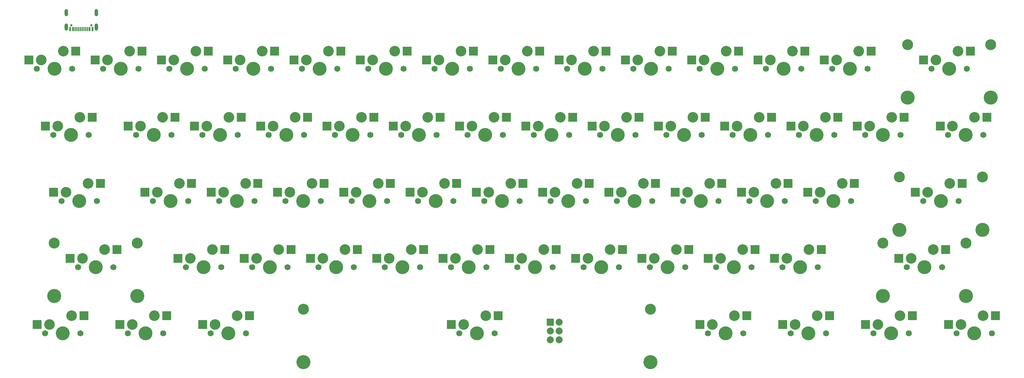
<source format=gbr>
%TF.GenerationSoftware,KiCad,Pcbnew,(6.0.8)*%
%TF.CreationDate,2023-01-01T11:03:00+00:00*%
%TF.ProjectId,USBKB,5553424b-422e-46b6-9963-61645f706362,rev?*%
%TF.SameCoordinates,Original*%
%TF.FileFunction,Soldermask,Top*%
%TF.FilePolarity,Negative*%
%FSLAX46Y46*%
G04 Gerber Fmt 4.6, Leading zero omitted, Abs format (unit mm)*
G04 Created by KiCad (PCBNEW (6.0.8)) date 2023-01-01 11:03:00*
%MOMM*%
%LPD*%
G01*
G04 APERTURE LIST*
%ADD10C,3.050000*%
%ADD11C,4.000000*%
%ADD12C,1.750000*%
%ADD13R,2.550000X2.500000*%
%ADD14C,3.150000*%
%ADD15C,4.038600*%
%ADD16O,1.000000X2.100000*%
%ADD17C,0.650000*%
%ADD18R,0.600000X1.150000*%
%ADD19R,0.300000X1.150000*%
%ADD20R,2.000000X2.000000*%
%ADD21C,2.000000*%
G04 APERTURE END LIST*
D10*
%TO.C,KSEVEN1*%
X169066180Y-33870000D03*
D11*
X166526180Y-38950000D03*
D10*
X162716180Y-36410000D03*
D12*
X161446180Y-38950000D03*
X171606180Y-38950000D03*
D13*
X172616180Y-33870000D03*
X159166180Y-36410000D03*
%TD*%
D10*
%TO.C,KBSPACE1*%
X286541005Y-36410000D03*
D14*
X302289005Y-31965000D03*
D12*
X285271005Y-38950000D03*
D11*
X290351005Y-38950000D03*
D15*
X278413005Y-47205000D03*
D12*
X295431005Y-38950000D03*
D10*
X292891005Y-33870000D03*
D15*
X302289005Y-47205000D03*
D14*
X278413005Y-31965000D03*
D13*
X296441005Y-33870000D03*
X282991005Y-36410000D03*
%TD*%
D12*
%TO.C,KE1*%
X104930003Y-58000000D03*
D10*
X96040003Y-55460000D03*
D12*
X94770003Y-58000000D03*
D10*
X102390003Y-52920000D03*
D11*
X99850003Y-58000000D03*
D13*
X105940003Y-52920000D03*
X92490003Y-55460000D03*
%TD*%
D12*
%TO.C,KBSLASH1*%
X290032005Y-58000000D03*
D10*
X291302005Y-55460000D03*
X297652005Y-52920000D03*
D12*
X300192005Y-58000000D03*
D11*
X295112005Y-58000000D03*
D13*
X301202005Y-52920000D03*
X287752005Y-55460000D03*
%TD*%
D10*
%TO.C,KA1*%
X69053005Y-71970000D03*
X62703005Y-74510000D03*
D12*
X61433005Y-77050000D03*
D11*
X66513005Y-77050000D03*
D12*
X71593005Y-77050000D03*
D13*
X72603005Y-71970000D03*
X59153005Y-74510000D03*
%TD*%
D12*
%TO.C,KSPACE1*%
X149539005Y-115150000D03*
D10*
X150809005Y-112610000D03*
D12*
X159699005Y-115150000D03*
D15*
X204466505Y-123405000D03*
D11*
X154619005Y-115150000D03*
D14*
X204466505Y-108165000D03*
D15*
X104771505Y-123405000D03*
D10*
X157159005Y-110070000D03*
D14*
X104771505Y-108165000D03*
D13*
X160709005Y-110070000D03*
X147259005Y-112610000D03*
%TD*%
D10*
%TO.C,KC1*%
X110328005Y-93560000D03*
D11*
X114138005Y-96100000D03*
D12*
X119218005Y-96100000D03*
X109058005Y-96100000D03*
D10*
X116678005Y-91020000D03*
D13*
X120228005Y-91020000D03*
X106778005Y-93560000D03*
%TD*%
D12*
%TO.C,KS1*%
X80483005Y-77050000D03*
D11*
X85563005Y-77050000D03*
D10*
X88103005Y-71970000D03*
X81753005Y-74510000D03*
D12*
X90643005Y-77050000D03*
D13*
X91653005Y-71970000D03*
X78203005Y-74510000D03*
%TD*%
D11*
%TO.C,KF1*%
X123663005Y-77050000D03*
D12*
X118583005Y-77050000D03*
X128743005Y-77050000D03*
D10*
X119853005Y-74510000D03*
X126203005Y-71970000D03*
D13*
X129753005Y-71970000D03*
X116303005Y-74510000D03*
%TD*%
D12*
%TO.C,KY1*%
X151920000Y-58000000D03*
D11*
X157000000Y-58000000D03*
D10*
X153190000Y-55460000D03*
D12*
X162080000Y-58000000D03*
D10*
X159540000Y-52920000D03*
D13*
X163090000Y-52920000D03*
X149640000Y-55460000D03*
%TD*%
D11*
%TO.C,KCAPS1*%
X40319005Y-77050000D03*
D10*
X36509005Y-74510000D03*
X42859005Y-71970000D03*
D12*
X45399005Y-77050000D03*
X35239005Y-77050000D03*
D13*
X46409005Y-71970000D03*
X32959005Y-74510000D03*
%TD*%
D11*
%TO.C,KL1*%
X218913005Y-77050000D03*
D10*
X221453005Y-71970000D03*
X215103005Y-74510000D03*
D12*
X213833005Y-77050000D03*
X223993005Y-77050000D03*
D13*
X225003005Y-71970000D03*
X211553005Y-74510000D03*
%TD*%
D10*
%TO.C,KB1*%
X154778005Y-91020000D03*
D11*
X152238005Y-96100000D03*
D12*
X157318005Y-96100000D03*
D10*
X148428005Y-93560000D03*
D12*
X147158005Y-96100000D03*
D13*
X158328005Y-91020000D03*
X144878005Y-93560000D03*
%TD*%
D10*
%TO.C,KEIGHT1*%
X181766205Y-36410000D03*
D12*
X180496205Y-38950000D03*
D11*
X185576205Y-38950000D03*
D10*
X188116205Y-33870000D03*
D12*
X190656205Y-38950000D03*
D13*
X191666205Y-33870000D03*
X178216205Y-36410000D03*
%TD*%
D10*
%TO.C,KRALT1*%
X222246005Y-112610000D03*
D12*
X220976005Y-115150000D03*
D10*
X228596005Y-110070000D03*
D12*
X231136005Y-115150000D03*
D11*
X226056005Y-115150000D03*
D13*
X232146005Y-110070000D03*
X218696005Y-112610000D03*
%TD*%
D11*
%TO.C,KU1*%
X176049999Y-58000000D03*
D12*
X181129999Y-58000000D03*
D10*
X178589999Y-52920000D03*
D12*
X170969999Y-58000000D03*
D10*
X172239999Y-55460000D03*
D13*
X182139999Y-52920000D03*
X168689999Y-55460000D03*
%TD*%
D16*
%TO.C,U1*%
X45220002Y-26945000D03*
X36580002Y-26945000D03*
X36580002Y-22765000D03*
X45220002Y-22765000D03*
D17*
X43790002Y-26445000D03*
X38010002Y-26445000D03*
D18*
X44100002Y-27520000D03*
X43300002Y-27520000D03*
D19*
X42150002Y-27520000D03*
X41150002Y-27520000D03*
X40650002Y-27520000D03*
X39650002Y-27520000D03*
D18*
X37700002Y-27520000D03*
X38500002Y-27520000D03*
D19*
X39150002Y-27520000D03*
X40150002Y-27520000D03*
X41650002Y-27520000D03*
X42650002Y-27520000D03*
%TD*%
D12*
%TO.C,KJ1*%
X175733005Y-77050000D03*
D10*
X177003005Y-74510000D03*
X183353005Y-71970000D03*
D12*
X185893005Y-77050000D03*
D11*
X180813005Y-77050000D03*
D13*
X186903005Y-71970000D03*
X173453005Y-74510000D03*
%TD*%
D12*
%TO.C,KSC1*%
X243043005Y-77050000D03*
D11*
X237963005Y-77050000D03*
D10*
X240503005Y-71970000D03*
X234153005Y-74510000D03*
D12*
X232883005Y-77050000D03*
D13*
X244053005Y-71970000D03*
X230603005Y-74510000D03*
%TD*%
D11*
%TO.C,KRB1*%
X271299994Y-58000000D03*
D12*
X276379994Y-58000000D03*
X266219994Y-58000000D03*
D10*
X267489994Y-55460000D03*
X273839994Y-52920000D03*
D13*
X277389994Y-52920000D03*
X263939994Y-55460000D03*
%TD*%
D10*
%TO.C,KZERO1*%
X226216255Y-33870000D03*
X219866255Y-36410000D03*
D12*
X218596255Y-38950000D03*
D11*
X223676255Y-38950000D03*
D12*
X228756255Y-38950000D03*
D13*
X229766255Y-33870000D03*
X216316255Y-36410000D03*
%TD*%
D11*
%TO.C,KDASH1*%
X242726280Y-38950000D03*
D10*
X245266280Y-33870000D03*
D12*
X247806280Y-38950000D03*
X237646280Y-38950000D03*
D10*
X238916280Y-36410000D03*
D13*
X248816280Y-33870000D03*
X235366280Y-36410000D03*
%TD*%
D12*
%TO.C,KLALT1*%
X88262505Y-115150000D03*
D11*
X83182505Y-115150000D03*
D12*
X78102505Y-115150000D03*
D10*
X85722505Y-110070000D03*
X79372505Y-112610000D03*
D13*
X89272505Y-110070000D03*
X75822505Y-112610000D03*
%TD*%
D12*
%TO.C,KRCTRL1*%
X268601337Y-115150000D03*
D11*
X273681337Y-115150000D03*
D10*
X276221337Y-110070000D03*
D12*
X278761337Y-115150000D03*
D10*
X269871337Y-112610000D03*
D13*
X279771337Y-110070000D03*
X266321337Y-112610000D03*
%TD*%
D10*
%TO.C,KZ1*%
X72228005Y-93560000D03*
D11*
X76038005Y-96100000D03*
D10*
X78578005Y-91020000D03*
D12*
X70958005Y-96100000D03*
X81118005Y-96100000D03*
D13*
X82128005Y-91020000D03*
X68678005Y-93560000D03*
%TD*%
D10*
%TO.C,KW1*%
X83340004Y-52920000D03*
D12*
X85880004Y-58000000D03*
D11*
X80800004Y-58000000D03*
D12*
X75720004Y-58000000D03*
D10*
X76990004Y-55460000D03*
D13*
X86890004Y-52920000D03*
X73440004Y-55460000D03*
%TD*%
D10*
%TO.C,KLCTRL1*%
X38097005Y-110070000D03*
D12*
X30477005Y-115150000D03*
D10*
X31747005Y-112610000D03*
D12*
X40637005Y-115150000D03*
D11*
X35557005Y-115150000D03*
D13*
X41647005Y-110070000D03*
X28197005Y-112610000D03*
%TD*%
D14*
%TO.C,KLS1*%
X33144005Y-89115000D03*
D11*
X45082005Y-96100000D03*
D12*
X40002005Y-96100000D03*
D10*
X41272005Y-93560000D03*
D15*
X33144005Y-104355000D03*
X57020005Y-104355000D03*
D12*
X50162005Y-96100000D03*
D10*
X47622005Y-91020000D03*
D14*
X57020005Y-89115000D03*
D13*
X51172005Y-91020000D03*
X37722005Y-93560000D03*
%TD*%
D12*
%TO.C,KFIVE1*%
X123346130Y-38950000D03*
D10*
X130966130Y-33870000D03*
D11*
X128426130Y-38950000D03*
D10*
X124616130Y-36410000D03*
D12*
X133506130Y-38950000D03*
D13*
X134516130Y-33870000D03*
X121066130Y-36410000D03*
%TD*%
D10*
%TO.C,KRMETA1*%
X246058671Y-112610000D03*
D12*
X254948671Y-115150000D03*
D10*
X252408671Y-110070000D03*
D11*
X249868671Y-115150000D03*
D12*
X244788671Y-115150000D03*
D13*
X255958671Y-110070000D03*
X242508671Y-112610000D03*
%TD*%
D10*
%TO.C,KFOUR1*%
X105566105Y-36410000D03*
D12*
X104296105Y-38950000D03*
D11*
X109376105Y-38950000D03*
D12*
X114456105Y-38950000D03*
D10*
X111916105Y-33870000D03*
D13*
X115466105Y-33870000D03*
X102016105Y-36410000D03*
%TD*%
D12*
%TO.C,KQ1*%
X66830005Y-58000000D03*
D10*
X64290005Y-52920000D03*
D11*
X61750005Y-58000000D03*
D12*
X56670005Y-58000000D03*
D10*
X57940005Y-55460000D03*
D13*
X67840005Y-52920000D03*
X54390005Y-55460000D03*
%TD*%
D12*
%TO.C,KI1*%
X200179998Y-58000000D03*
D11*
X195099998Y-58000000D03*
D12*
X190019998Y-58000000D03*
D10*
X191289998Y-55460000D03*
X197639998Y-52920000D03*
D13*
X201189998Y-52920000D03*
X187739998Y-55460000D03*
%TD*%
D11*
%TO.C,KK1*%
X199863005Y-77050000D03*
D10*
X202403005Y-71970000D03*
D12*
X194783005Y-77050000D03*
X204943005Y-77050000D03*
D10*
X196053005Y-74510000D03*
D13*
X205953005Y-71970000D03*
X192503005Y-74510000D03*
%TD*%
D12*
%TO.C,KLMETA1*%
X64449755Y-115150000D03*
D10*
X61909755Y-110070000D03*
D11*
X59369755Y-115150000D03*
D12*
X54289755Y-115150000D03*
D10*
X55559755Y-112610000D03*
D13*
X65459755Y-110070000D03*
X52009755Y-112610000D03*
%TD*%
D10*
%TO.C,KTWO1*%
X67466055Y-36410000D03*
D12*
X66196055Y-38950000D03*
X76356055Y-38950000D03*
D10*
X73816055Y-33870000D03*
D11*
X71276055Y-38950000D03*
D13*
X77366055Y-33870000D03*
X63916055Y-36410000D03*
%TD*%
D10*
%TO.C,KEQUALS1*%
X257966305Y-36410000D03*
D11*
X261776305Y-38950000D03*
D10*
X264316305Y-33870000D03*
D12*
X266856305Y-38950000D03*
X256696305Y-38950000D03*
D13*
X267866305Y-33870000D03*
X254416305Y-36410000D03*
%TD*%
D12*
%TO.C,KONE1*%
X47146030Y-38950000D03*
X57306030Y-38950000D03*
D10*
X54766030Y-33870000D03*
X48416030Y-36410000D03*
D11*
X52226030Y-38950000D03*
D13*
X58316030Y-33870000D03*
X44866030Y-36410000D03*
%TD*%
D11*
%TO.C,KNINE1*%
X204626230Y-38950000D03*
D12*
X209706230Y-38950000D03*
D10*
X200816230Y-36410000D03*
X207166230Y-33870000D03*
D12*
X199546230Y-38950000D03*
D13*
X210716230Y-33870000D03*
X197266230Y-36410000D03*
%TD*%
D10*
%TO.C,KAP1*%
X253203005Y-74510000D03*
X259553005Y-71970000D03*
D12*
X251933005Y-77050000D03*
D11*
X257013005Y-77050000D03*
D12*
X262093005Y-77050000D03*
D13*
X263103005Y-71970000D03*
X249653005Y-74510000D03*
%TD*%
D10*
%TO.C,KFN1*%
X300034003Y-110070000D03*
D12*
X292414003Y-115150000D03*
D11*
X297494003Y-115150000D03*
D10*
X293684003Y-112610000D03*
D12*
X302574003Y-115150000D03*
D13*
X303584003Y-110070000D03*
X290134003Y-112610000D03*
%TD*%
D12*
%TO.C,KH1*%
X166843005Y-77050000D03*
D10*
X157953005Y-74510000D03*
D11*
X161763005Y-77050000D03*
D10*
X164303005Y-71970000D03*
D12*
X156683005Y-77050000D03*
D13*
X167853005Y-71970000D03*
X154403005Y-74510000D03*
%TD*%
D12*
%TO.C,KFSLASH1*%
X242408005Y-96100000D03*
D10*
X250028005Y-91020000D03*
D12*
X252568005Y-96100000D03*
D10*
X243678005Y-93560000D03*
D11*
X247488005Y-96100000D03*
D13*
X253578005Y-91020000D03*
X240128005Y-93560000D03*
%TD*%
D11*
%TO.C,KRS1*%
X283207005Y-96100000D03*
D14*
X271269005Y-89115000D03*
D15*
X295145005Y-104355000D03*
D12*
X278127005Y-96100000D03*
X288287005Y-96100000D03*
D14*
X295145005Y-89115000D03*
D10*
X279397005Y-93560000D03*
X285747005Y-91020000D03*
D15*
X271269005Y-104355000D03*
D13*
X289297005Y-91020000D03*
X275847005Y-93560000D03*
%TD*%
D12*
%TO.C,KO1*%
X209069997Y-58000000D03*
D11*
X214149997Y-58000000D03*
D10*
X216689997Y-52920000D03*
D12*
X219229997Y-58000000D03*
D10*
X210339997Y-55460000D03*
D13*
X220239997Y-52920000D03*
X206789997Y-55460000D03*
%TD*%
D12*
%TO.C,KESC1*%
X28096005Y-38950000D03*
X38256005Y-38950000D03*
D11*
X33176005Y-38950000D03*
D10*
X35716005Y-33870000D03*
X29366005Y-36410000D03*
D13*
X39266005Y-33870000D03*
X25816005Y-36410000D03*
%TD*%
D20*
%TO.C,U2*%
X175730000Y-111960000D03*
D21*
X178270000Y-111960000D03*
X175730000Y-114500000D03*
X178270000Y-114500000D03*
X175730000Y-117040000D03*
X178270000Y-117040000D03*
%TD*%
D11*
%TO.C,KTAB1*%
X37938005Y-58000000D03*
D12*
X32858005Y-58000000D03*
X43018005Y-58000000D03*
D10*
X34128005Y-55460000D03*
X40478005Y-52920000D03*
D13*
X44028005Y-52920000D03*
X30578005Y-55460000D03*
%TD*%
D12*
%TO.C,KN1*%
X166208005Y-96100000D03*
D10*
X167478005Y-93560000D03*
D11*
X171288005Y-96100000D03*
D12*
X176368005Y-96100000D03*
D10*
X173828005Y-91020000D03*
D13*
X177378005Y-91020000D03*
X163928005Y-93560000D03*
%TD*%
D10*
%TO.C,KCOMMA1*%
X211928005Y-91020000D03*
D12*
X204308005Y-96100000D03*
D11*
X209388005Y-96100000D03*
D10*
X205578005Y-93560000D03*
D12*
X214468005Y-96100000D03*
D13*
X215478005Y-91020000D03*
X202028005Y-93560000D03*
%TD*%
D12*
%TO.C,KR1*%
X113820002Y-58000000D03*
X123980002Y-58000000D03*
D10*
X115090002Y-55460000D03*
D11*
X118900002Y-58000000D03*
D10*
X121440002Y-52920000D03*
D13*
X124990002Y-52920000D03*
X111540002Y-55460000D03*
%TD*%
D10*
%TO.C,KPERIOD1*%
X224628005Y-93560000D03*
D11*
X228438005Y-96100000D03*
D12*
X223358005Y-96100000D03*
X233518005Y-96100000D03*
D10*
X230978005Y-91020000D03*
D13*
X234528005Y-91020000D03*
X221078005Y-93560000D03*
%TD*%
D12*
%TO.C,KG1*%
X137633005Y-77050000D03*
D11*
X142713005Y-77050000D03*
D10*
X138903005Y-74510000D03*
D12*
X147793005Y-77050000D03*
D10*
X145253005Y-71970000D03*
D13*
X148803005Y-71970000D03*
X135353005Y-74510000D03*
%TD*%
D12*
%TO.C,KP1*%
X238279996Y-58000000D03*
D10*
X229389996Y-55460000D03*
X235739996Y-52920000D03*
D11*
X233199996Y-58000000D03*
D12*
X228119996Y-58000000D03*
D13*
X239289996Y-52920000D03*
X225839996Y-55460000D03*
%TD*%
D10*
%TO.C,KM1*%
X186528005Y-93560000D03*
D11*
X190338005Y-96100000D03*
D12*
X185258005Y-96100000D03*
D10*
X192878005Y-91020000D03*
D12*
X195418005Y-96100000D03*
D13*
X196428005Y-91020000D03*
X182978005Y-93560000D03*
%TD*%
D11*
%TO.C,KSIX1*%
X147476155Y-38950000D03*
D10*
X150016155Y-33870000D03*
X143666155Y-36410000D03*
D12*
X142396155Y-38950000D03*
X152556155Y-38950000D03*
D13*
X153566155Y-33870000D03*
X140116155Y-36410000D03*
%TD*%
D10*
%TO.C,KRETURN1*%
X290509005Y-71970000D03*
D15*
X299907005Y-85305000D03*
D12*
X282889005Y-77050000D03*
D11*
X287969005Y-77050000D03*
D14*
X299907005Y-70065000D03*
D12*
X293049005Y-77050000D03*
D15*
X276031005Y-85305000D03*
D14*
X276031005Y-70065000D03*
D10*
X284159005Y-74510000D03*
D13*
X294059005Y-71970000D03*
X280609005Y-74510000D03*
%TD*%
D12*
%TO.C,KTHREE1*%
X85246080Y-38950000D03*
D11*
X90326080Y-38950000D03*
D12*
X95406080Y-38950000D03*
D10*
X86516080Y-36410000D03*
X92866080Y-33870000D03*
D13*
X96416080Y-33870000D03*
X82966080Y-36410000D03*
%TD*%
D11*
%TO.C,KX1*%
X95088005Y-96100000D03*
D10*
X91278005Y-93560000D03*
D12*
X100168005Y-96100000D03*
X90008005Y-96100000D03*
D10*
X97628005Y-91020000D03*
D13*
X101178005Y-91020000D03*
X87728005Y-93560000D03*
%TD*%
D11*
%TO.C,KT1*%
X137950001Y-58000000D03*
D10*
X140490001Y-52920000D03*
D12*
X143030001Y-58000000D03*
D10*
X134140001Y-55460000D03*
D12*
X132870001Y-58000000D03*
D13*
X144040001Y-52920000D03*
X130590001Y-55460000D03*
%TD*%
D12*
%TO.C,KLB1*%
X257329995Y-58000000D03*
D10*
X248439995Y-55460000D03*
D11*
X252249995Y-58000000D03*
D12*
X247169995Y-58000000D03*
D10*
X254789995Y-52920000D03*
D13*
X258339995Y-52920000D03*
X244889995Y-55460000D03*
%TD*%
D11*
%TO.C,KV1*%
X133188005Y-96100000D03*
D12*
X138268005Y-96100000D03*
D10*
X129378005Y-93560000D03*
D12*
X128108005Y-96100000D03*
D10*
X135728005Y-91020000D03*
D13*
X139278005Y-91020000D03*
X125828005Y-93560000D03*
%TD*%
D10*
%TO.C,KD1*%
X107153005Y-71970000D03*
D11*
X104613005Y-77050000D03*
D10*
X100803005Y-74510000D03*
D12*
X109693005Y-77050000D03*
X99533005Y-77050000D03*
D13*
X110703005Y-71970000D03*
X97253005Y-74510000D03*
%TD*%
M02*

</source>
